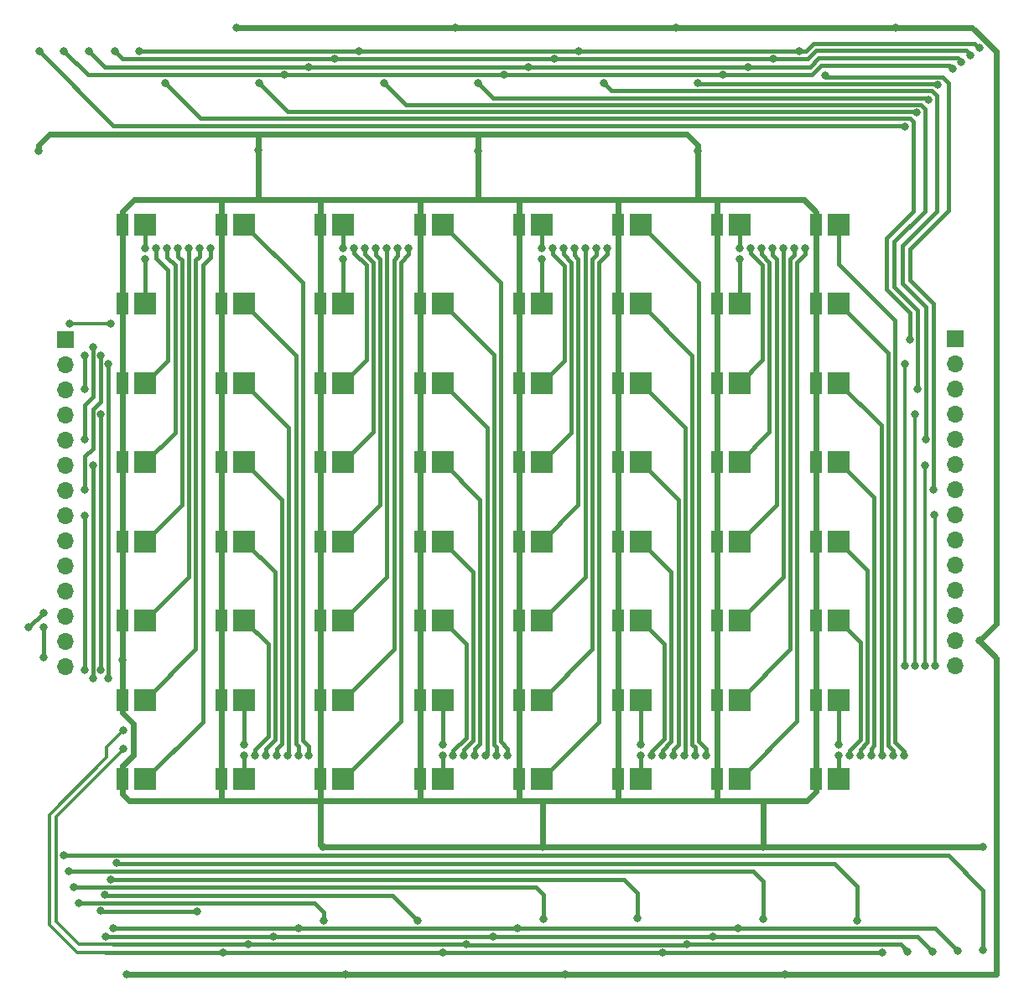
<source format=gbl>
%TF.GenerationSoftware,KiCad,Pcbnew,(6.0.5)*%
%TF.CreationDate,2022-10-16T21:39:42+03:00*%
%TF.ProjectId,LED_MATRIX,4c45445f-4d41-4545-9249-582e6b696361,rev?*%
%TF.SameCoordinates,Original*%
%TF.FileFunction,Copper,L2,Bot*%
%TF.FilePolarity,Positive*%
%FSLAX46Y46*%
G04 Gerber Fmt 4.6, Leading zero omitted, Abs format (unit mm)*
G04 Created by KiCad (PCBNEW (6.0.5)) date 2022-10-16 21:39:42*
%MOMM*%
%LPD*%
G01*
G04 APERTURE LIST*
%TA.AperFunction,ComponentPad*%
%ADD10R,1.700000X1.700000*%
%TD*%
%TA.AperFunction,ComponentPad*%
%ADD11O,1.700000X1.700000*%
%TD*%
%TA.AperFunction,SMDPad,CuDef*%
%ADD12R,2.200000X2.200000*%
%TD*%
%TA.AperFunction,SMDPad,CuDef*%
%ADD13R,1.250000X2.200000*%
%TD*%
%TA.AperFunction,ViaPad*%
%ADD14C,0.800000*%
%TD*%
%TA.AperFunction,Conductor*%
%ADD15C,0.600000*%
%TD*%
%TA.AperFunction,Conductor*%
%ADD16C,0.400000*%
%TD*%
%TA.AperFunction,Conductor*%
%ADD17C,0.300000*%
%TD*%
G04 APERTURE END LIST*
D10*
%TO.P,REF\u002A\u002A,1*%
%TO.N,N/C*%
X151360000Y-71050000D03*
D11*
%TO.P,REF\u002A\u002A,2*%
X151360000Y-73590000D03*
%TO.P,REF\u002A\u002A,3*%
X151360000Y-76130000D03*
%TO.P,REF\u002A\u002A,4*%
X151360000Y-78670000D03*
%TO.P,REF\u002A\u002A,5*%
X151360000Y-81210000D03*
%TO.P,REF\u002A\u002A,6*%
X151360000Y-83750000D03*
%TO.P,REF\u002A\u002A,7*%
X151360000Y-86290000D03*
%TO.P,REF\u002A\u002A,8*%
X151360000Y-88830000D03*
%TO.P,REF\u002A\u002A,9*%
X151360000Y-91370000D03*
%TO.P,REF\u002A\u002A,10*%
X151360000Y-93910000D03*
%TO.P,REF\u002A\u002A,11*%
X151360000Y-96450000D03*
%TO.P,REF\u002A\u002A,12*%
X151360000Y-98990000D03*
%TO.P,REF\u002A\u002A,13*%
X151360000Y-101530000D03*
%TO.P,REF\u002A\u002A,14*%
X151360000Y-104070000D03*
%TD*%
D10*
%TO.P,REF\u002A\u002A,1*%
%TO.N,N/C*%
X61460000Y-71066275D03*
D11*
%TO.P,REF\u002A\u002A,2*%
X61460000Y-73606275D03*
%TO.P,REF\u002A\u002A,3*%
X61460000Y-76146275D03*
%TO.P,REF\u002A\u002A,4*%
X61460000Y-78686275D03*
%TO.P,REF\u002A\u002A,5*%
X61460000Y-81226275D03*
%TO.P,REF\u002A\u002A,6*%
X61460000Y-83766275D03*
%TO.P,REF\u002A\u002A,7*%
X61460000Y-86306275D03*
%TO.P,REF\u002A\u002A,8*%
X61460000Y-88846275D03*
%TO.P,REF\u002A\u002A,9*%
X61460000Y-91386275D03*
%TO.P,REF\u002A\u002A,10*%
X61460000Y-93926275D03*
%TO.P,REF\u002A\u002A,11*%
X61460000Y-96466275D03*
%TO.P,REF\u002A\u002A,12*%
X61460000Y-99006275D03*
%TO.P,REF\u002A\u002A,13*%
X61460000Y-101546275D03*
%TO.P,REF\u002A\u002A,14*%
X61460000Y-104086275D03*
%TD*%
D12*
%TO.P,REF\u002A\u002A,1*%
%TO.N,N/C*%
X69560000Y-75470000D03*
D13*
%TO.P,REF\u002A\u002A,2*%
X67285000Y-75470000D03*
%TD*%
D12*
%TO.P,REF\u002A\u002A,1*%
%TO.N,N/C*%
X119560000Y-67470000D03*
D13*
%TO.P,REF\u002A\u002A,2*%
X117285000Y-67470000D03*
%TD*%
D12*
%TO.P,REF\u002A\u002A,1*%
%TO.N,N/C*%
X99585000Y-115470000D03*
D13*
%TO.P,REF\u002A\u002A,2*%
X97310000Y-115470000D03*
%TD*%
D12*
%TO.P,REF\u002A\u002A,1*%
%TO.N,N/C*%
X119560000Y-107470000D03*
D13*
%TO.P,REF\u002A\u002A,2*%
X117285000Y-107470000D03*
%TD*%
D12*
%TO.P,REF\u002A\u002A,1*%
%TO.N,N/C*%
X79560000Y-99470000D03*
D13*
%TO.P,REF\u002A\u002A,2*%
X77285000Y-99470000D03*
%TD*%
D12*
%TO.P,REF\u002A\u002A,1*%
%TO.N,N/C*%
X99585000Y-75470000D03*
D13*
%TO.P,REF\u002A\u002A,2*%
X97310000Y-75470000D03*
%TD*%
D12*
%TO.P,REF\u002A\u002A,1*%
%TO.N,N/C*%
X69560000Y-99470000D03*
D13*
%TO.P,REF\u002A\u002A,2*%
X67285000Y-99470000D03*
%TD*%
D12*
%TO.P,REF\u002A\u002A,1*%
%TO.N,N/C*%
X79560000Y-83470000D03*
D13*
%TO.P,REF\u002A\u002A,2*%
X77285000Y-83470000D03*
%TD*%
D12*
%TO.P,REF\u002A\u002A,1*%
%TO.N,N/C*%
X89535000Y-99470000D03*
D13*
%TO.P,REF\u002A\u002A,2*%
X87260000Y-99470000D03*
%TD*%
D12*
%TO.P,REF\u002A\u002A,1*%
%TO.N,N/C*%
X99585000Y-59470000D03*
D13*
%TO.P,REF\u002A\u002A,2*%
X97310000Y-59470000D03*
%TD*%
D12*
%TO.P,REF\u002A\u002A,1*%
%TO.N,N/C*%
X139585000Y-107470000D03*
D13*
%TO.P,REF\u002A\u002A,2*%
X137310000Y-107470000D03*
%TD*%
D12*
%TO.P,REF\u002A\u002A,1*%
%TO.N,N/C*%
X109560000Y-115470000D03*
D13*
%TO.P,REF\u002A\u002A,2*%
X107285000Y-115470000D03*
%TD*%
D12*
%TO.P,REF\u002A\u002A,1*%
%TO.N,N/C*%
X109560000Y-59470000D03*
D13*
%TO.P,REF\u002A\u002A,2*%
X107285000Y-59470000D03*
%TD*%
D12*
%TO.P,REF\u002A\u002A,1*%
%TO.N,N/C*%
X99585000Y-107470000D03*
D13*
%TO.P,REF\u002A\u002A,2*%
X97310000Y-107470000D03*
%TD*%
D12*
%TO.P,REF\u002A\u002A,1*%
%TO.N,N/C*%
X69560000Y-59470000D03*
D13*
%TO.P,REF\u002A\u002A,2*%
X67285000Y-59470000D03*
%TD*%
D12*
%TO.P,REF\u002A\u002A,1*%
%TO.N,N/C*%
X99585000Y-67470000D03*
D13*
%TO.P,REF\u002A\u002A,2*%
X97310000Y-67470000D03*
%TD*%
D12*
%TO.P,REF\u002A\u002A,1*%
%TO.N,N/C*%
X109560000Y-99470000D03*
D13*
%TO.P,REF\u002A\u002A,2*%
X107285000Y-99470000D03*
%TD*%
D12*
%TO.P,REF\u002A\u002A,1*%
%TO.N,N/C*%
X89535000Y-67470000D03*
D13*
%TO.P,REF\u002A\u002A,2*%
X87260000Y-67470000D03*
%TD*%
D12*
%TO.P,REF\u002A\u002A,1*%
%TO.N,N/C*%
X89535000Y-59470000D03*
D13*
%TO.P,REF\u002A\u002A,2*%
X87260000Y-59470000D03*
%TD*%
D12*
%TO.P,REF\u002A\u002A,1*%
%TO.N,N/C*%
X99585000Y-99470000D03*
D13*
%TO.P,REF\u002A\u002A,2*%
X97310000Y-99470000D03*
%TD*%
D12*
%TO.P,REF\u002A\u002A,1*%
%TO.N,N/C*%
X89535000Y-115470000D03*
D13*
%TO.P,REF\u002A\u002A,2*%
X87260000Y-115470000D03*
%TD*%
D12*
%TO.P,REF\u002A\u002A,1*%
%TO.N,N/C*%
X139585000Y-115470000D03*
D13*
%TO.P,REF\u002A\u002A,2*%
X137310000Y-115470000D03*
%TD*%
D12*
%TO.P,REF\u002A\u002A,1*%
%TO.N,N/C*%
X79560000Y-91470000D03*
D13*
%TO.P,REF\u002A\u002A,2*%
X77285000Y-91470000D03*
%TD*%
D12*
%TO.P,REF\u002A\u002A,1*%
%TO.N,N/C*%
X109560000Y-83470000D03*
D13*
%TO.P,REF\u002A\u002A,2*%
X107285000Y-83470000D03*
%TD*%
D12*
%TO.P,REF\u002A\u002A,1*%
%TO.N,N/C*%
X79560000Y-67470000D03*
D13*
%TO.P,REF\u002A\u002A,2*%
X77285000Y-67470000D03*
%TD*%
D12*
%TO.P,REF\u002A\u002A,1*%
%TO.N,N/C*%
X129535000Y-83470000D03*
D13*
%TO.P,REF\u002A\u002A,2*%
X127260000Y-83470000D03*
%TD*%
D12*
%TO.P,REF\u002A\u002A,1*%
%TO.N,N/C*%
X79560000Y-75470000D03*
D13*
%TO.P,REF\u002A\u002A,2*%
X77285000Y-75470000D03*
%TD*%
D12*
%TO.P,REF\u002A\u002A,1*%
%TO.N,N/C*%
X139585000Y-99470000D03*
D13*
%TO.P,REF\u002A\u002A,2*%
X137310000Y-99470000D03*
%TD*%
D12*
%TO.P,REF\u002A\u002A,1*%
%TO.N,N/C*%
X129535000Y-91470000D03*
D13*
%TO.P,REF\u002A\u002A,2*%
X127260000Y-91470000D03*
%TD*%
D12*
%TO.P,REF\u002A\u002A,1*%
%TO.N,N/C*%
X89535000Y-83470000D03*
D13*
%TO.P,REF\u002A\u002A,2*%
X87260000Y-83470000D03*
%TD*%
D12*
%TO.P,REF\u002A\u002A,1*%
%TO.N,N/C*%
X69560000Y-91470000D03*
D13*
%TO.P,REF\u002A\u002A,2*%
X67285000Y-91470000D03*
%TD*%
D12*
%TO.P,REF\u002A\u002A,1*%
%TO.N,N/C*%
X119560000Y-99470000D03*
D13*
%TO.P,REF\u002A\u002A,2*%
X117285000Y-99470000D03*
%TD*%
D12*
%TO.P,REF\u002A\u002A,1*%
%TO.N,N/C*%
X129535000Y-59470000D03*
D13*
%TO.P,REF\u002A\u002A,2*%
X127260000Y-59470000D03*
%TD*%
D12*
%TO.P,REF\u002A\u002A,1*%
%TO.N,N/C*%
X119560000Y-59470000D03*
D13*
%TO.P,REF\u002A\u002A,2*%
X117285000Y-59470000D03*
%TD*%
D12*
%TO.P,REF\u002A\u002A,1*%
%TO.N,N/C*%
X69560000Y-115470000D03*
D13*
%TO.P,REF\u002A\u002A,2*%
X67285000Y-115470000D03*
%TD*%
D12*
%TO.P,REF\u002A\u002A,1*%
%TO.N,N/C*%
X139585000Y-59470000D03*
D13*
%TO.P,REF\u002A\u002A,2*%
X137310000Y-59470000D03*
%TD*%
D12*
%TO.P,REF\u002A\u002A,1*%
%TO.N,N/C*%
X119560000Y-83470000D03*
D13*
%TO.P,REF\u002A\u002A,2*%
X117285000Y-83470000D03*
%TD*%
D12*
%TO.P,REF\u002A\u002A,1*%
%TO.N,N/C*%
X109560000Y-107470000D03*
D13*
%TO.P,REF\u002A\u002A,2*%
X107285000Y-107470000D03*
%TD*%
D12*
%TO.P,REF\u002A\u002A,1*%
%TO.N,N/C*%
X69560000Y-83470000D03*
D13*
%TO.P,REF\u002A\u002A,2*%
X67285000Y-83470000D03*
%TD*%
D12*
%TO.P,REF\u002A\u002A,1*%
%TO.N,N/C*%
X119560000Y-91470000D03*
D13*
%TO.P,REF\u002A\u002A,2*%
X117285000Y-91470000D03*
%TD*%
D12*
%TO.P,REF\u002A\u002A,1*%
%TO.N,N/C*%
X129535000Y-67470000D03*
D13*
%TO.P,REF\u002A\u002A,2*%
X127260000Y-67470000D03*
%TD*%
D12*
%TO.P,REF\u002A\u002A,1*%
%TO.N,N/C*%
X129535000Y-75470000D03*
D13*
%TO.P,REF\u002A\u002A,2*%
X127260000Y-75470000D03*
%TD*%
D12*
%TO.P,REF\u002A\u002A,1*%
%TO.N,N/C*%
X79560000Y-107470000D03*
D13*
%TO.P,REF\u002A\u002A,2*%
X77285000Y-107470000D03*
%TD*%
D12*
%TO.P,REF\u002A\u002A,1*%
%TO.N,N/C*%
X69560000Y-67470000D03*
D13*
%TO.P,REF\u002A\u002A,2*%
X67285000Y-67470000D03*
%TD*%
D12*
%TO.P,REF\u002A\u002A,1*%
%TO.N,N/C*%
X89535000Y-91470000D03*
D13*
%TO.P,REF\u002A\u002A,2*%
X87260000Y-91470000D03*
%TD*%
D12*
%TO.P,REF\u002A\u002A,1*%
%TO.N,N/C*%
X99585000Y-83470000D03*
D13*
%TO.P,REF\u002A\u002A,2*%
X97310000Y-83470000D03*
%TD*%
D12*
%TO.P,REF\u002A\u002A,1*%
%TO.N,N/C*%
X139585000Y-67470000D03*
D13*
%TO.P,REF\u002A\u002A,2*%
X137310000Y-67470000D03*
%TD*%
D12*
%TO.P,REF\u002A\u002A,1*%
%TO.N,N/C*%
X109560000Y-67470000D03*
D13*
%TO.P,REF\u002A\u002A,2*%
X107285000Y-67470000D03*
%TD*%
D12*
%TO.P,REF\u002A\u002A,1*%
%TO.N,N/C*%
X139585000Y-75470000D03*
D13*
%TO.P,REF\u002A\u002A,2*%
X137310000Y-75470000D03*
%TD*%
D12*
%TO.P,REF\u002A\u002A,1*%
%TO.N,N/C*%
X139585000Y-91470000D03*
D13*
%TO.P,REF\u002A\u002A,2*%
X137310000Y-91470000D03*
%TD*%
D12*
%TO.P,REF\u002A\u002A,1*%
%TO.N,N/C*%
X109560000Y-91470000D03*
D13*
%TO.P,REF\u002A\u002A,2*%
X107285000Y-91470000D03*
%TD*%
D12*
%TO.P,REF\u002A\u002A,1*%
%TO.N,N/C*%
X119560000Y-115470000D03*
D13*
%TO.P,REF\u002A\u002A,2*%
X117285000Y-115470000D03*
%TD*%
D12*
%TO.P,REF\u002A\u002A,1*%
%TO.N,N/C*%
X109560000Y-75470000D03*
D13*
%TO.P,REF\u002A\u002A,2*%
X107285000Y-75470000D03*
%TD*%
D12*
%TO.P,REF\u002A\u002A,1*%
%TO.N,N/C*%
X79560000Y-59470000D03*
D13*
%TO.P,REF\u002A\u002A,2*%
X77285000Y-59470000D03*
%TD*%
D12*
%TO.P,REF\u002A\u002A,1*%
%TO.N,N/C*%
X79560000Y-115470000D03*
D13*
%TO.P,REF\u002A\u002A,2*%
X77285000Y-115470000D03*
%TD*%
D12*
%TO.P,REF\u002A\u002A,1*%
%TO.N,N/C*%
X129535000Y-107470000D03*
D13*
%TO.P,REF\u002A\u002A,2*%
X127260000Y-107470000D03*
%TD*%
D12*
%TO.P,REF\u002A\u002A,1*%
%TO.N,N/C*%
X99585000Y-91470000D03*
D13*
%TO.P,REF\u002A\u002A,2*%
X97310000Y-91470000D03*
%TD*%
D12*
%TO.P,REF\u002A\u002A,1*%
%TO.N,N/C*%
X129535000Y-115470000D03*
D13*
%TO.P,REF\u002A\u002A,2*%
X127260000Y-115470000D03*
%TD*%
D12*
%TO.P,REF\u002A\u002A,1*%
%TO.N,N/C*%
X69560000Y-107470000D03*
D13*
%TO.P,REF\u002A\u002A,2*%
X67285000Y-107470000D03*
%TD*%
D12*
%TO.P,REF\u002A\u002A,1*%
%TO.N,N/C*%
X89535000Y-75470000D03*
D13*
%TO.P,REF\u002A\u002A,2*%
X87260000Y-75470000D03*
%TD*%
D12*
%TO.P,REF\u002A\u002A,1*%
%TO.N,N/C*%
X119560000Y-75470000D03*
D13*
%TO.P,REF\u002A\u002A,2*%
X117285000Y-75470000D03*
%TD*%
D12*
%TO.P,REF\u002A\u002A,1*%
%TO.N,N/C*%
X129535000Y-99470000D03*
D13*
%TO.P,REF\u002A\u002A,2*%
X127260000Y-99470000D03*
%TD*%
D12*
%TO.P,REF\u002A\u002A,1*%
%TO.N,N/C*%
X89535000Y-107470000D03*
D13*
%TO.P,REF\u002A\u002A,2*%
X87260000Y-107470000D03*
%TD*%
D12*
%TO.P,REF\u002A\u002A,1*%
%TO.N,N/C*%
X139585000Y-83470000D03*
D13*
%TO.P,REF\u002A\u002A,2*%
X137310000Y-83470000D03*
%TD*%
D14*
%TO.N,*%
X145060000Y-113070000D03*
X130660000Y-61870000D03*
X132960000Y-42770000D03*
X147460000Y-48170000D03*
X65860000Y-105270000D03*
X81760000Y-113070000D03*
X79560000Y-111970000D03*
X148360000Y-81170000D03*
X123960000Y-113070000D03*
X125360000Y-45170000D03*
X119280000Y-129520000D03*
X58760000Y-52070000D03*
X87460000Y-122310000D03*
X87550000Y-129790000D03*
X89760000Y-135170000D03*
X115060000Y-61870000D03*
X146260000Y-49570000D03*
X152860000Y-42370000D03*
X66460000Y-41970000D03*
X141450000Y-129810000D03*
X86060000Y-113070000D03*
X104640000Y-131400000D03*
X143960000Y-113070000D03*
X100660000Y-113070000D03*
X123160000Y-39570000D03*
X107160000Y-130540000D03*
X59260000Y-98670000D03*
X63460000Y-72670000D03*
X146260000Y-104070000D03*
X125360000Y-52070000D03*
X103960000Y-113070000D03*
X72860000Y-61870000D03*
X70660000Y-61870000D03*
X80660000Y-113070000D03*
X93660000Y-45170000D03*
X61360000Y-41970000D03*
X149070000Y-132920000D03*
X131760000Y-61870000D03*
X143980000Y-132980000D03*
X62360000Y-126370000D03*
X147560000Y-76070000D03*
X133960000Y-61870000D03*
X99570000Y-132960000D03*
X65520000Y-127170000D03*
X67360000Y-110570000D03*
X113960000Y-61870000D03*
X127860000Y-44370000D03*
X132860000Y-61870000D03*
X102010000Y-132180000D03*
X65060000Y-104470000D03*
X129560000Y-61870000D03*
X103160000Y-45170000D03*
X89560000Y-61870000D03*
X86060000Y-43570000D03*
X120660000Y-113070000D03*
X113360000Y-41970000D03*
X97090000Y-129810000D03*
X101760000Y-113070000D03*
X85060000Y-130530000D03*
X110860000Y-42770000D03*
X69560000Y-62970000D03*
X67360000Y-112370000D03*
X119560000Y-111970000D03*
X109660000Y-122310000D03*
X75060000Y-61870000D03*
X69560000Y-61870000D03*
X61360000Y-123170000D03*
X63460000Y-104470000D03*
X105060000Y-113070000D03*
X103160000Y-52070000D03*
X64260000Y-71870000D03*
X131980000Y-129640000D03*
X105760000Y-44370000D03*
X112860000Y-61870000D03*
X64260000Y-105270000D03*
X73960000Y-61870000D03*
X83560000Y-44370000D03*
X61960000Y-69470000D03*
X134160000Y-135170000D03*
X93960000Y-61870000D03*
X77400000Y-132970000D03*
X136160000Y-61870000D03*
X149560000Y-45370000D03*
X82860000Y-113070000D03*
X76160000Y-61870000D03*
X63460000Y-76070000D03*
X63860000Y-41970000D03*
X58860000Y-41970000D03*
X146530000Y-132920000D03*
X68960000Y-41970000D03*
X154160000Y-132770000D03*
X65860000Y-73570000D03*
X64260000Y-83770000D03*
X116160000Y-61870000D03*
X129560000Y-62970000D03*
X65060000Y-78670000D03*
X111760000Y-61870000D03*
X78760000Y-39570000D03*
X71760000Y-61870000D03*
X109560000Y-61870000D03*
X149230000Y-88830000D03*
X135560000Y-41970000D03*
X96160000Y-61870000D03*
X153750000Y-101530000D03*
X102860000Y-113070000D03*
X147260000Y-78650000D03*
X122860000Y-113070000D03*
X131910000Y-122310000D03*
X146160000Y-113070000D03*
X139560000Y-113070000D03*
X66360000Y-130540000D03*
X95060000Y-61870000D03*
X62860000Y-127970000D03*
X111960000Y-135170000D03*
X153760000Y-41670000D03*
X92860000Y-61870000D03*
X139560000Y-111970000D03*
X57760000Y-100170000D03*
X59260000Y-100170000D03*
X67660000Y-135170000D03*
X65060000Y-72670000D03*
X99560000Y-113070000D03*
X148260000Y-104070000D03*
X129420000Y-130530000D03*
X65560000Y-131370000D03*
X141760000Y-113070000D03*
X138240000Y-44410000D03*
X100860000Y-39570000D03*
X61860000Y-124770000D03*
X63460000Y-86270000D03*
X81060000Y-45170000D03*
X121810000Y-132970000D03*
X149260000Y-104070000D03*
X110660000Y-61870000D03*
X148260000Y-83770000D03*
X126880000Y-131360000D03*
X125060000Y-113070000D03*
X99560000Y-111970000D03*
X83960000Y-113070000D03*
X91160000Y-41970000D03*
X126160000Y-113070000D03*
X142860000Y-113070000D03*
X108260000Y-43570000D03*
X151060000Y-43770000D03*
X63460000Y-81170000D03*
X115860000Y-45170000D03*
X154150000Y-122310000D03*
X79960000Y-132170000D03*
X119560000Y-113070000D03*
X109770000Y-129630000D03*
X121760000Y-113070000D03*
X66700000Y-123960000D03*
X74830000Y-128810000D03*
X71560000Y-45170000D03*
X109560000Y-62970000D03*
X65030000Y-128790000D03*
X124230000Y-132170000D03*
X89560000Y-62970000D03*
X88660000Y-42770000D03*
X146260000Y-73570000D03*
X151620000Y-132840000D03*
X85060000Y-113070000D03*
X90660000Y-61870000D03*
X63460000Y-88870000D03*
X91760000Y-61870000D03*
X145360000Y-39570000D03*
X148660000Y-46870000D03*
X106160000Y-113070000D03*
X67260000Y-103470000D03*
X79560000Y-113070000D03*
X59260000Y-103170000D03*
X147260000Y-104070000D03*
X149160000Y-86270000D03*
X140660000Y-113070000D03*
X66070000Y-125610000D03*
X82510000Y-131380000D03*
X80960000Y-51970000D03*
X135060000Y-61870000D03*
X151960000Y-43070000D03*
X146760000Y-71070000D03*
X130460000Y-43570000D03*
X66060000Y-69470000D03*
%TD*%
D15*
%TO.N,*%
X87260000Y-115470000D02*
X87260000Y-107470000D01*
D16*
X89560000Y-61870000D02*
X89535000Y-61845000D01*
X116160000Y-61870000D02*
X116160000Y-62470000D01*
X113360000Y-41970000D02*
X91160000Y-41970000D01*
D17*
X66060000Y-69470000D02*
X61960000Y-69470000D01*
D15*
X97310000Y-59470000D02*
X97310000Y-67470000D01*
X107360000Y-117670000D02*
X107285000Y-117670000D01*
X97310000Y-117670000D02*
X87260000Y-117670000D01*
D16*
X66460000Y-41970000D02*
X67260000Y-42770000D01*
D17*
X67360000Y-112470000D02*
X60560000Y-119270000D01*
D16*
X146760000Y-68420000D02*
X144380000Y-66040000D01*
X145180000Y-65720000D02*
X145180000Y-61200000D01*
X132560000Y-80445000D02*
X129535000Y-83470000D01*
X104660000Y-131380000D02*
X104640000Y-131400000D01*
X146160000Y-113070000D02*
X146160000Y-112670000D01*
X72560000Y-63570000D02*
X72560000Y-80470000D01*
X99560000Y-132970000D02*
X77400000Y-132970000D01*
X105460000Y-111670000D02*
X105460000Y-65345000D01*
X148260000Y-58120000D02*
X148260000Y-47770000D01*
X125460000Y-65370000D02*
X119560000Y-59470000D01*
X148960000Y-45970000D02*
X116660000Y-45970000D01*
X68960000Y-41970000D02*
X91160000Y-41970000D01*
X134660000Y-62970000D02*
X134660000Y-102345000D01*
X94660000Y-63020000D02*
X95060000Y-62620000D01*
X123960000Y-113070000D02*
X124060000Y-112970000D01*
D15*
X77285000Y-117670000D02*
X67960000Y-117670000D01*
X125160000Y-56970000D02*
X127260000Y-56970000D01*
D16*
X126900000Y-131340000D02*
X147490000Y-131340000D01*
X149560000Y-45370000D02*
X149460000Y-45270000D01*
D15*
X137310000Y-75470000D02*
X137310000Y-67470000D01*
D16*
X137320000Y-41910000D02*
X136460000Y-42770000D01*
X71860000Y-64070000D02*
X71860000Y-73170000D01*
X70710000Y-128810000D02*
X74830000Y-128810000D01*
D15*
X117285000Y-83470000D02*
X117285000Y-75470000D01*
D16*
X82660000Y-111520000D02*
X82660000Y-94570000D01*
D17*
X60560000Y-119270000D02*
X60560000Y-129870000D01*
D15*
X111960000Y-135170000D02*
X134160000Y-135170000D01*
D16*
X102010000Y-132180000D02*
X102000000Y-132170000D01*
X153760000Y-41670000D02*
X153260000Y-41170000D01*
X79560000Y-75470000D02*
X84060000Y-79970000D01*
X65560000Y-127210000D02*
X94490000Y-127210000D01*
X92560000Y-80445000D02*
X89535000Y-83470000D01*
D15*
X97310000Y-67470000D02*
X97310000Y-75470000D01*
X117285000Y-115470000D02*
X117285000Y-107470000D01*
D16*
X94490000Y-127210000D02*
X97090000Y-129810000D01*
D15*
X68460000Y-56970000D02*
X77285000Y-56970000D01*
D16*
X105060000Y-112270000D02*
X104760000Y-111970000D01*
D15*
X134160000Y-135170000D02*
X155520000Y-135170000D01*
X117285000Y-107470000D02*
X117285000Y-99470000D01*
D16*
X121960000Y-111370000D02*
X121960000Y-101870000D01*
X124210000Y-132190000D02*
X102020000Y-132190000D01*
X110660000Y-61870000D02*
X110660000Y-62470000D01*
D15*
X117285000Y-91470000D02*
X117285000Y-83470000D01*
D16*
X151060000Y-43770000D02*
X150700000Y-43410000D01*
D15*
X67285000Y-99470000D02*
X67285000Y-91470000D01*
D16*
X104640000Y-131400000D02*
X104620000Y-131380000D01*
X64260000Y-76870000D02*
X63460000Y-77670000D01*
X145060000Y-112570000D02*
X144560000Y-112070000D01*
D15*
X153750000Y-101530000D02*
X155460000Y-99820000D01*
D17*
X65660000Y-113270000D02*
X59860000Y-119070000D01*
D16*
X85090000Y-130560000D02*
X85060000Y-130530000D01*
X112560000Y-80470000D02*
X109560000Y-83470000D01*
X99585000Y-111945000D02*
X99560000Y-111970000D01*
D17*
X67360000Y-112370000D02*
X67360000Y-112470000D01*
D16*
X111760000Y-61870000D02*
X111760000Y-62470000D01*
X152860000Y-42370000D02*
X152400000Y-41910000D01*
X121760000Y-112570000D02*
X122660000Y-111670000D01*
X135060000Y-62570000D02*
X134660000Y-62970000D01*
D15*
X117285000Y-56970000D02*
X125160000Y-56970000D01*
X67285000Y-114145000D02*
X67285000Y-115470000D01*
D16*
X150660000Y-58040000D02*
X146790000Y-61910000D01*
X91860000Y-63570000D02*
X91860000Y-73145000D01*
D15*
X77285000Y-107470000D02*
X77285000Y-99470000D01*
D16*
X145180000Y-61200000D02*
X148260000Y-58120000D01*
X62860000Y-127970000D02*
X62880000Y-127990000D01*
X116660000Y-45970000D02*
X115860000Y-45170000D01*
X116160000Y-62470000D02*
X115360000Y-63270000D01*
X107140000Y-130560000D02*
X85090000Y-130560000D01*
X82510000Y-131380000D02*
X65570000Y-131380000D01*
X143860000Y-79745000D02*
X139585000Y-75470000D01*
D15*
X107285000Y-67470000D02*
X107285000Y-75470000D01*
D16*
X95360000Y-109645000D02*
X89535000Y-115470000D01*
X83960000Y-48070000D02*
X81060000Y-45170000D01*
D15*
X155460000Y-99820000D02*
X155460000Y-41970000D01*
X127260000Y-115470000D02*
X127260000Y-117670000D01*
X67285000Y-91470000D02*
X67285000Y-83470000D01*
D17*
X59860000Y-119070000D02*
X59860000Y-130170000D01*
D16*
X107160000Y-130540000D02*
X107140000Y-130560000D01*
X113960000Y-95070000D02*
X109560000Y-99470000D01*
X113260000Y-87770000D02*
X109560000Y-91470000D01*
X137570000Y-42660000D02*
X136660000Y-43570000D01*
D15*
X67285000Y-83470000D02*
X67285000Y-75470000D01*
D16*
X113360000Y-41970000D02*
X135560000Y-41970000D01*
X147460000Y-48170000D02*
X147360000Y-48070000D01*
X76160000Y-62770000D02*
X75360000Y-63570000D01*
X101760000Y-112470000D02*
X102660000Y-111570000D01*
X115360000Y-63270000D02*
X115360000Y-109670000D01*
X71860000Y-73170000D02*
X69560000Y-75470000D01*
X75160000Y-48770000D02*
X71560000Y-45170000D01*
D15*
X97310000Y-56970000D02*
X103360000Y-56970000D01*
D16*
X139170000Y-123980000D02*
X141450000Y-126260000D01*
X120660000Y-113070000D02*
X120660000Y-112670000D01*
D15*
X123160000Y-39570000D02*
X100860000Y-39570000D01*
X131910000Y-122310000D02*
X154150000Y-122310000D01*
D16*
X104760000Y-72645000D02*
X99585000Y-67470000D01*
X140660000Y-113070000D02*
X140660000Y-112570000D01*
X62360000Y-126370000D02*
X62370000Y-126380000D01*
D15*
X153060000Y-39570000D02*
X145360000Y-39570000D01*
D17*
X147260000Y-78650000D02*
X147260000Y-104070000D01*
D16*
X73260000Y-87770000D02*
X69560000Y-91470000D01*
D15*
X103160000Y-56770000D02*
X103360000Y-56970000D01*
D16*
X142860000Y-112370000D02*
X143160000Y-112070000D01*
X121800000Y-132960000D02*
X99570000Y-132960000D01*
X132860000Y-62570000D02*
X133260000Y-62970000D01*
X125060000Y-112270000D02*
X124760000Y-111970000D01*
X144560000Y-112070000D02*
X144560000Y-72445000D01*
D15*
X103360000Y-56970000D02*
X107285000Y-56970000D01*
D16*
X139585000Y-115470000D02*
X139585000Y-113095000D01*
D15*
X97310000Y-115470000D02*
X97310000Y-107470000D01*
D16*
X63460000Y-104470000D02*
X63460000Y-88870000D01*
X105460000Y-65345000D02*
X99585000Y-59470000D01*
X63860000Y-41970000D02*
X65460000Y-43570000D01*
X149160000Y-67460000D02*
X149160000Y-86270000D01*
X70700000Y-128800000D02*
X70710000Y-128810000D01*
X93260000Y-62970000D02*
X93260000Y-87745000D01*
X95860000Y-47370000D02*
X93660000Y-45170000D01*
D15*
X67285000Y-108795000D02*
X68360000Y-109870000D01*
D16*
X73260000Y-63070000D02*
X73260000Y-87770000D01*
X80660000Y-113070000D02*
X80660000Y-112470000D01*
X72560000Y-80470000D02*
X69560000Y-83470000D01*
X75060000Y-61870000D02*
X75060000Y-62670000D01*
D15*
X67285000Y-67470000D02*
X67285000Y-59470000D01*
D16*
X138400000Y-44570000D02*
X150060000Y-44570000D01*
X146790000Y-61910000D02*
X146790000Y-65090000D01*
D15*
X67285000Y-116995000D02*
X67285000Y-115470000D01*
D16*
X136160000Y-62470000D02*
X135360000Y-63270000D01*
X124230000Y-132170000D02*
X124210000Y-132190000D01*
D15*
X107285000Y-56970000D02*
X117285000Y-56970000D01*
X127260000Y-59470000D02*
X127260000Y-67470000D01*
D16*
X114660000Y-62970000D02*
X114660000Y-102370000D01*
X150650000Y-123180000D02*
X154160000Y-126690000D01*
X145060000Y-113070000D02*
X145060000Y-112570000D01*
X126880000Y-131360000D02*
X126900000Y-131340000D01*
X146760000Y-71070000D02*
X146760000Y-68420000D01*
X139585000Y-107470000D02*
X139585000Y-111945000D01*
D15*
X103160000Y-50370000D02*
X103160000Y-52070000D01*
D16*
X84760000Y-72670000D02*
X79560000Y-67470000D01*
X85060000Y-113070000D02*
X85060000Y-112170000D01*
X104760000Y-111970000D02*
X104760000Y-72645000D01*
X124060000Y-112970000D02*
X124060000Y-79970000D01*
X137060000Y-41170000D02*
X136260000Y-41970000D01*
X99585000Y-113095000D02*
X99560000Y-113070000D01*
D15*
X127260000Y-107470000D02*
X127260000Y-99470000D01*
D16*
X132560000Y-63270000D02*
X132560000Y-80445000D01*
X81960000Y-111170000D02*
X81960000Y-101870000D01*
X69560000Y-62970000D02*
X69560000Y-67470000D01*
X124240000Y-132180000D02*
X145790000Y-132180000D01*
X91760000Y-61870000D02*
X91760000Y-62470000D01*
X147060000Y-58180000D02*
X147060000Y-49070000D01*
X148660000Y-46870000D02*
X148460000Y-46670000D01*
X103360000Y-111870000D02*
X103360000Y-87245000D01*
X85460000Y-111570000D02*
X85460000Y-65370000D01*
X147490000Y-131340000D02*
X149070000Y-132920000D01*
D15*
X80960000Y-56870000D02*
X81060000Y-56970000D01*
D16*
X119560000Y-107470000D02*
X119560000Y-111970000D01*
D15*
X124260000Y-50370000D02*
X103160000Y-50370000D01*
D16*
X126160000Y-113070000D02*
X126160000Y-112370000D01*
D15*
X77285000Y-59470000D02*
X77285000Y-67470000D01*
D16*
X145790000Y-132180000D02*
X146530000Y-132920000D01*
X119280000Y-126990000D02*
X119280000Y-129520000D01*
X139585000Y-111945000D02*
X139560000Y-111970000D01*
X121820000Y-132980000D02*
X121810000Y-132970000D01*
X74660000Y-63070000D02*
X74660000Y-102370000D01*
X91760000Y-62470000D02*
X92560000Y-63270000D01*
X135360000Y-63270000D02*
X135360000Y-109645000D01*
X92560000Y-63270000D02*
X92560000Y-80445000D01*
D15*
X131960000Y-117670000D02*
X136360000Y-117670000D01*
D16*
X147860000Y-47370000D02*
X95860000Y-47370000D01*
X141760000Y-111470000D02*
X141760000Y-101645000D01*
X89535000Y-62995000D02*
X89535000Y-67470000D01*
D15*
X107360000Y-117670000D02*
X97310000Y-117670000D01*
X117285000Y-117670000D02*
X117285000Y-115470000D01*
X87260000Y-56970000D02*
X87260000Y-59470000D01*
X97310000Y-117670000D02*
X97310000Y-115470000D01*
D16*
X122660000Y-94570000D02*
X119560000Y-91470000D01*
X73960000Y-61870000D02*
X73960000Y-95070000D01*
D15*
X68360000Y-113070000D02*
X67285000Y-114145000D01*
D16*
X151550000Y-42660000D02*
X137570000Y-42660000D01*
D17*
X60560000Y-129870000D02*
X62860000Y-132170000D01*
D16*
X102660000Y-111570000D02*
X102660000Y-94545000D01*
D15*
X127260000Y-75470000D02*
X127260000Y-67470000D01*
D16*
X147560000Y-76070000D02*
X147560000Y-68100000D01*
X150660000Y-45170000D02*
X150660000Y-58040000D01*
D15*
X87260000Y-117670000D02*
X87260000Y-115470000D01*
D16*
X101760000Y-113070000D02*
X101760000Y-112470000D01*
D17*
X62860000Y-132170000D02*
X66360000Y-132170000D01*
D16*
X81960000Y-101870000D02*
X79560000Y-99470000D01*
D15*
X125360000Y-56770000D02*
X125160000Y-56970000D01*
D16*
X65030000Y-128790000D02*
X65040000Y-128800000D01*
X70660000Y-61870000D02*
X70660000Y-62870000D01*
D15*
X127260000Y-115470000D02*
X127260000Y-107470000D01*
X67960000Y-117670000D02*
X67285000Y-116995000D01*
D16*
X70660000Y-62870000D02*
X71860000Y-64070000D01*
X133960000Y-61870000D02*
X133960000Y-95045000D01*
D17*
X62660000Y-132970000D02*
X65560000Y-132970000D01*
D15*
X97310000Y-107470000D02*
X97310000Y-99470000D01*
D16*
X146760000Y-48770000D02*
X75160000Y-48770000D01*
D15*
X117285000Y-59470000D02*
X117285000Y-67470000D01*
D16*
X96160000Y-62470000D02*
X95360000Y-63270000D01*
X129535000Y-62995000D02*
X129560000Y-62970000D01*
D15*
X87260000Y-59470000D02*
X87260000Y-67470000D01*
D16*
X110660000Y-62470000D02*
X111860000Y-63670000D01*
D15*
X77285000Y-56970000D02*
X81060000Y-56970000D01*
D16*
X129420000Y-130530000D02*
X129440000Y-130550000D01*
D15*
X97310000Y-83470000D02*
X97310000Y-75470000D01*
D16*
X93960000Y-61870000D02*
X93960000Y-95045000D01*
X130660000Y-62370000D02*
X131860000Y-63570000D01*
D15*
X103160000Y-52070000D02*
X103160000Y-56770000D01*
D16*
X59260000Y-98670000D02*
X57760000Y-100170000D01*
X131860000Y-63570000D02*
X131860000Y-73145000D01*
D15*
X87260000Y-91470000D02*
X87260000Y-83470000D01*
D16*
X146000000Y-61570000D02*
X149460000Y-58110000D01*
X111860000Y-73170000D02*
X109560000Y-75470000D01*
D17*
X146260000Y-73570000D02*
X146260000Y-104070000D01*
D16*
X104660000Y-46670000D02*
X103160000Y-45170000D01*
D15*
X77285000Y-99470000D02*
X77285000Y-91470000D01*
D17*
X149260000Y-104070000D02*
X149260000Y-88860000D01*
D16*
X113260000Y-62970000D02*
X113260000Y-87770000D01*
X131860000Y-73145000D02*
X129535000Y-75470000D01*
X141450000Y-126260000D02*
X141450000Y-129810000D01*
X114660000Y-102370000D02*
X109560000Y-107470000D01*
X135060000Y-61870000D02*
X135060000Y-62570000D01*
X131970000Y-125770000D02*
X131970000Y-129630000D01*
D15*
X77285000Y-117670000D02*
X77285000Y-115470000D01*
D16*
X77400000Y-132970000D02*
X65560000Y-132970000D01*
D15*
X87460000Y-122310000D02*
X109660000Y-122310000D01*
D16*
X113960000Y-61870000D02*
X113960000Y-95070000D01*
X63760000Y-44370000D02*
X61360000Y-41970000D01*
X141760000Y-101645000D02*
X139585000Y-99470000D01*
D17*
X148260000Y-83770000D02*
X148260000Y-104070000D01*
D15*
X87260000Y-91470000D02*
X87260000Y-99470000D01*
D16*
X154160000Y-126690000D02*
X154160000Y-132770000D01*
X130460000Y-43570000D02*
X108260000Y-43570000D01*
D15*
X87260000Y-67470000D02*
X87260000Y-75470000D01*
X67285000Y-59470000D02*
X67285000Y-58145000D01*
X107285000Y-115470000D02*
X107285000Y-107470000D01*
X127260000Y-56970000D02*
X127260000Y-59470000D01*
D16*
X67260000Y-42770000D02*
X88660000Y-42770000D01*
X111760000Y-62470000D02*
X112560000Y-63270000D01*
X121960000Y-101870000D02*
X119560000Y-99470000D01*
X83360000Y-111870000D02*
X83360000Y-87270000D01*
X130970000Y-124770000D02*
X131970000Y-125770000D01*
X102660000Y-94545000D02*
X99585000Y-91470000D01*
X132860000Y-61870000D02*
X132860000Y-62570000D01*
X65520000Y-127170000D02*
X65560000Y-127210000D01*
X124060000Y-79970000D02*
X119560000Y-75470000D01*
X96160000Y-61870000D02*
X96160000Y-62470000D01*
D15*
X80960000Y-51970000D02*
X80960000Y-56870000D01*
D16*
X145260000Y-69170000D02*
X139585000Y-63495000D01*
X83360000Y-87270000D02*
X79560000Y-83470000D01*
D15*
X155520000Y-103300000D02*
X153750000Y-101530000D01*
D16*
X62880000Y-127990000D02*
X86630000Y-127990000D01*
D15*
X109660000Y-122310000D02*
X109650000Y-122300000D01*
D16*
X79560000Y-107470000D02*
X79560000Y-111970000D01*
X86060000Y-112170000D02*
X85460000Y-111570000D01*
X67260000Y-103470000D02*
X67285000Y-103495000D01*
X83560000Y-44370000D02*
X105760000Y-44370000D01*
X65060000Y-104470000D02*
X65060000Y-78670000D01*
X143160000Y-112070000D02*
X143160000Y-87045000D01*
X115060000Y-61870000D02*
X115060000Y-62570000D01*
X84760000Y-111870000D02*
X84760000Y-72670000D01*
D15*
X137310000Y-115470000D02*
X137310000Y-107470000D01*
X127260000Y-83470000D02*
X127260000Y-91470000D01*
D16*
X147360000Y-48070000D02*
X83960000Y-48070000D01*
X72860000Y-62670000D02*
X73260000Y-63070000D01*
D15*
X125360000Y-52070000D02*
X125360000Y-56770000D01*
X77285000Y-56970000D02*
X77285000Y-59470000D01*
X87260000Y-122110000D02*
X87460000Y-122310000D01*
X87260000Y-117670000D02*
X87260000Y-122110000D01*
X117285000Y-99470000D02*
X117285000Y-91470000D01*
D16*
X152400000Y-41910000D02*
X137320000Y-41910000D01*
X149320000Y-130550000D02*
X151610000Y-132840000D01*
X148360000Y-81170000D02*
X148360000Y-67760000D01*
X109770000Y-127180000D02*
X109770000Y-129630000D01*
X130660000Y-61870000D02*
X130660000Y-62370000D01*
X151960000Y-43070000D02*
X151550000Y-42660000D01*
D15*
X131910000Y-117720000D02*
X131960000Y-117670000D01*
D16*
X64260000Y-105270000D02*
X64260000Y-83770000D01*
X131760000Y-62470000D02*
X132560000Y-63270000D01*
D15*
X155520000Y-135170000D02*
X155520000Y-103300000D01*
D16*
X146160000Y-49470000D02*
X66360000Y-49470000D01*
D15*
X67285000Y-107470000D02*
X67285000Y-108795000D01*
D16*
X59260000Y-100170000D02*
X59260000Y-103170000D01*
X89535000Y-107470000D02*
X94660000Y-102345000D01*
D15*
X107285000Y-56970000D02*
X107285000Y-59470000D01*
D16*
X131970000Y-129630000D02*
X131980000Y-129640000D01*
X108260000Y-43570000D02*
X86060000Y-43570000D01*
D15*
X67660000Y-135170000D02*
X89760000Y-135170000D01*
D16*
X147060000Y-49070000D02*
X146760000Y-48770000D01*
X82860000Y-112370000D02*
X83360000Y-111870000D01*
D15*
X137310000Y-83470000D02*
X137310000Y-75470000D01*
D16*
X82860000Y-113070000D02*
X82860000Y-112370000D01*
X146160000Y-112670000D02*
X145260000Y-111770000D01*
X66700000Y-123960000D02*
X66720000Y-123980000D01*
X121810000Y-132970000D02*
X121800000Y-132960000D01*
X85050000Y-130540000D02*
X85060000Y-130530000D01*
D15*
X109660000Y-122310000D02*
X131910000Y-122310000D01*
D16*
X112860000Y-62570000D02*
X113260000Y-62970000D01*
D15*
X117285000Y-75470000D02*
X117285000Y-67470000D01*
D16*
X129535000Y-59470000D02*
X129535000Y-61845000D01*
D15*
X107285000Y-117670000D02*
X107285000Y-115470000D01*
D16*
X122660000Y-111670000D02*
X122660000Y-94570000D01*
X115360000Y-109670000D02*
X109560000Y-115470000D01*
X131760000Y-61870000D02*
X131760000Y-62470000D01*
D15*
X125360000Y-52070000D02*
X125360000Y-51470000D01*
D16*
X95060000Y-62620000D02*
X95060000Y-61870000D01*
X63460000Y-82870000D02*
X63460000Y-86270000D01*
X107170000Y-130550000D02*
X107160000Y-130540000D01*
X150700000Y-43410000D02*
X137820000Y-43410000D01*
X106160000Y-112370000D02*
X105460000Y-111670000D01*
X124230000Y-132170000D02*
X124240000Y-132180000D01*
X141760000Y-113070000D02*
X141760000Y-112470000D01*
X103960000Y-113070000D02*
X104060000Y-112970000D01*
D15*
X77285000Y-115470000D02*
X77285000Y-107470000D01*
D16*
X133260000Y-87745000D02*
X129535000Y-91470000D01*
X136260000Y-41970000D02*
X135560000Y-41970000D01*
X69560000Y-61870000D02*
X69560000Y-59470000D01*
X148460000Y-46670000D02*
X104660000Y-46670000D01*
X102860000Y-113070000D02*
X102860000Y-112370000D01*
X93260000Y-87745000D02*
X89535000Y-91470000D01*
X91860000Y-73145000D02*
X89535000Y-75470000D01*
D15*
X78760000Y-39570000D02*
X100860000Y-39570000D01*
D16*
X65040000Y-128800000D02*
X70700000Y-128800000D01*
D15*
X136360000Y-117670000D02*
X137310000Y-116720000D01*
D16*
X81760000Y-112420000D02*
X82660000Y-111520000D01*
X146790000Y-65090000D02*
X149160000Y-67460000D01*
D15*
X137310000Y-116720000D02*
X137310000Y-115470000D01*
X97310000Y-56970000D02*
X97310000Y-59470000D01*
D16*
X99585000Y-115470000D02*
X99585000Y-113095000D01*
D15*
X155460000Y-41970000D02*
X153060000Y-39570000D01*
D16*
X64260000Y-82070000D02*
X63460000Y-82870000D01*
X102020000Y-132190000D02*
X102010000Y-132180000D01*
X140660000Y-112570000D02*
X141760000Y-111470000D01*
X72860000Y-61870000D02*
X72860000Y-62670000D01*
X104060000Y-112970000D02*
X104060000Y-79945000D01*
X66360000Y-130540000D02*
X85050000Y-130540000D01*
X87550000Y-128910000D02*
X87550000Y-129790000D01*
D15*
X67285000Y-103795000D02*
X67285000Y-99470000D01*
X59860000Y-50370000D02*
X58760000Y-51470000D01*
D16*
X124760000Y-111970000D02*
X124760000Y-72670000D01*
X146260000Y-49570000D02*
X146160000Y-49470000D01*
X102000000Y-132170000D02*
X79960000Y-132170000D01*
D15*
X68360000Y-109870000D02*
X68360000Y-113070000D01*
D16*
X137820000Y-43410000D02*
X136860000Y-44370000D01*
X65570000Y-131380000D02*
X65560000Y-131370000D01*
X90660000Y-61870000D02*
X90660000Y-62370000D01*
X104060000Y-79945000D02*
X99585000Y-75470000D01*
X64260000Y-71870000D02*
X64260000Y-76870000D01*
D15*
X81060000Y-56970000D02*
X87260000Y-56970000D01*
D16*
X134660000Y-102345000D02*
X129535000Y-107470000D01*
X129400000Y-130550000D02*
X107170000Y-130550000D01*
D15*
X137310000Y-59470000D02*
X137310000Y-67470000D01*
D16*
X122860000Y-113070000D02*
X122860000Y-112470000D01*
X95360000Y-63270000D02*
X95360000Y-109645000D01*
X115060000Y-62570000D02*
X114660000Y-62970000D01*
X125460000Y-45270000D02*
X125360000Y-45170000D01*
X120660000Y-112670000D02*
X121960000Y-111370000D01*
X84060000Y-79970000D02*
X84060000Y-112970000D01*
X100660000Y-112570000D02*
X101960000Y-111270000D01*
D15*
X107285000Y-83470000D02*
X107285000Y-91470000D01*
D16*
X145260000Y-111770000D02*
X145260000Y-69170000D01*
D15*
X103160000Y-50370000D02*
X80960000Y-50370000D01*
D16*
X66720000Y-123980000D02*
X139170000Y-123980000D01*
X99570000Y-132960000D02*
X99560000Y-132970000D01*
X74660000Y-102370000D02*
X69560000Y-107470000D01*
X89560000Y-62970000D02*
X89535000Y-62995000D01*
X111860000Y-63670000D02*
X111860000Y-73170000D01*
X125460000Y-111670000D02*
X125460000Y-65370000D01*
X135360000Y-109645000D02*
X129535000Y-115470000D01*
X110860000Y-42770000D02*
X132960000Y-42770000D01*
D15*
X117285000Y-56970000D02*
X117285000Y-59470000D01*
D16*
X142460000Y-94345000D02*
X139585000Y-91470000D01*
X75360000Y-109670000D02*
X69560000Y-115470000D01*
D17*
X67360000Y-110570000D02*
X65660000Y-112270000D01*
D15*
X137310000Y-91470000D02*
X137310000Y-99470000D01*
X77285000Y-83470000D02*
X77285000Y-91470000D01*
D16*
X142860000Y-112370000D02*
X142860000Y-113070000D01*
X86630000Y-127990000D02*
X87550000Y-128910000D01*
X133260000Y-62970000D02*
X133260000Y-87745000D01*
D15*
X127260000Y-117670000D02*
X117285000Y-117670000D01*
D16*
X104620000Y-131380000D02*
X82510000Y-131380000D01*
X66090000Y-125590000D02*
X117880000Y-125590000D01*
D15*
X77285000Y-75470000D02*
X77285000Y-83470000D01*
X125360000Y-51470000D02*
X124260000Y-50370000D01*
D16*
X150060000Y-44570000D02*
X150660000Y-45170000D01*
X153260000Y-41170000D02*
X137060000Y-41170000D01*
X66360000Y-49470000D02*
X58860000Y-41970000D01*
X105060000Y-113070000D02*
X105060000Y-112270000D01*
X75060000Y-62670000D02*
X74660000Y-63070000D01*
X106160000Y-113070000D02*
X106160000Y-112370000D01*
X133960000Y-95045000D02*
X129535000Y-99470000D01*
X76160000Y-61870000D02*
X76160000Y-62770000D01*
D15*
X111960000Y-135170000D02*
X89760000Y-135170000D01*
D16*
X80660000Y-112470000D02*
X81960000Y-111170000D01*
X79960000Y-132170000D02*
X66360000Y-132170000D01*
D15*
X123160000Y-39570000D02*
X145360000Y-39570000D01*
D17*
X59860000Y-130170000D02*
X62660000Y-132970000D01*
D15*
X97310000Y-91470000D02*
X97310000Y-83470000D01*
D16*
X71760000Y-61870000D02*
X71760000Y-62770000D01*
X103360000Y-87245000D02*
X99585000Y-83470000D01*
D15*
X67285000Y-58145000D02*
X68460000Y-56970000D01*
X87260000Y-99470000D02*
X87260000Y-107470000D01*
D16*
X102860000Y-112370000D02*
X103360000Y-111870000D01*
D15*
X67285000Y-107470000D02*
X67285000Y-103795000D01*
D16*
X136460000Y-42770000D02*
X132960000Y-42770000D01*
X61370000Y-123180000D02*
X150650000Y-123180000D01*
X136860000Y-44370000D02*
X127860000Y-44370000D01*
D15*
X127260000Y-117670000D02*
X131960000Y-117670000D01*
X137310000Y-83470000D02*
X137310000Y-91470000D01*
D16*
X143860000Y-112970000D02*
X143860000Y-79745000D01*
X148260000Y-47770000D02*
X147860000Y-47370000D01*
D15*
X127260000Y-99470000D02*
X127260000Y-91470000D01*
D17*
X149260000Y-88860000D02*
X149230000Y-88830000D01*
D16*
X99585000Y-107470000D02*
X99585000Y-111945000D01*
X86060000Y-113070000D02*
X86060000Y-112170000D01*
X88660000Y-42770000D02*
X110860000Y-42770000D01*
X136160000Y-61870000D02*
X136160000Y-62470000D01*
D15*
X107285000Y-99470000D02*
X107285000Y-91470000D01*
D16*
X75360000Y-63570000D02*
X75360000Y-109670000D01*
X100660000Y-113070000D02*
X100660000Y-112570000D01*
X63460000Y-77670000D02*
X63460000Y-81170000D01*
X81760000Y-113070000D02*
X81760000Y-112420000D01*
X65060000Y-72670000D02*
X65060000Y-77320000D01*
D15*
X127260000Y-75470000D02*
X127260000Y-83470000D01*
X127260000Y-56970000D02*
X136060000Y-56970000D01*
D16*
X79560000Y-115470000D02*
X79560000Y-113070000D01*
X66070000Y-125610000D02*
X66090000Y-125590000D01*
X85060000Y-112170000D02*
X84760000Y-111870000D01*
X63460000Y-72670000D02*
X63460000Y-76070000D01*
D15*
X117285000Y-117670000D02*
X109650000Y-117670000D01*
D16*
X109560000Y-59470000D02*
X109560000Y-61870000D01*
X129535000Y-61845000D02*
X129560000Y-61870000D01*
D15*
X77285000Y-67470000D02*
X77285000Y-75470000D01*
D16*
X143960000Y-113070000D02*
X143860000Y-112970000D01*
X144560000Y-72445000D02*
X139585000Y-67470000D01*
D15*
X80960000Y-50370000D02*
X59860000Y-50370000D01*
D16*
X122860000Y-112470000D02*
X123360000Y-111970000D01*
X148360000Y-67760000D02*
X146000000Y-65400000D01*
X61360000Y-123170000D02*
X61370000Y-123180000D01*
X94660000Y-102345000D02*
X94660000Y-63020000D01*
X126880000Y-131360000D02*
X126860000Y-131380000D01*
X126160000Y-112370000D02*
X125460000Y-111670000D01*
X126860000Y-131380000D02*
X104660000Y-131380000D01*
X101960000Y-111270000D02*
X101960000Y-101845000D01*
X119560000Y-115470000D02*
X119560000Y-113070000D01*
X90660000Y-62370000D02*
X91860000Y-63570000D01*
X125060000Y-112270000D02*
X125060000Y-113070000D01*
D15*
X109650000Y-117670000D02*
X107360000Y-117670000D01*
D16*
X65460000Y-43570000D02*
X86060000Y-43570000D01*
X147560000Y-68100000D02*
X145180000Y-65720000D01*
X71760000Y-62770000D02*
X72560000Y-63570000D01*
X144380000Y-66040000D02*
X144380000Y-60860000D01*
D15*
X67285000Y-67470000D02*
X67285000Y-75470000D01*
X109650000Y-122300000D02*
X109650000Y-117670000D01*
D16*
X127860000Y-44370000D02*
X105760000Y-44370000D01*
D15*
X107285000Y-75470000D02*
X107285000Y-83470000D01*
D16*
X143980000Y-132980000D02*
X121820000Y-132980000D01*
D15*
X87260000Y-75470000D02*
X87260000Y-83470000D01*
D16*
X84060000Y-112970000D02*
X83960000Y-113070000D01*
X139585000Y-113095000D02*
X139560000Y-113070000D01*
X123360000Y-111970000D02*
X123360000Y-87270000D01*
X149460000Y-58110000D02*
X149460000Y-46470000D01*
X89535000Y-61845000D02*
X89535000Y-59470000D01*
X121760000Y-113070000D02*
X121760000Y-112570000D01*
X142460000Y-111770000D02*
X142460000Y-94345000D01*
D15*
X137310000Y-107470000D02*
X137310000Y-99470000D01*
D16*
X92860000Y-61870000D02*
X92860000Y-62570000D01*
D15*
X58760000Y-51470000D02*
X58760000Y-52070000D01*
D16*
X64260000Y-78120000D02*
X64260000Y-82070000D01*
X82660000Y-94570000D02*
X79560000Y-91470000D01*
X124760000Y-72670000D02*
X119560000Y-67470000D01*
X139585000Y-63495000D02*
X139585000Y-59470000D01*
X109560000Y-67470000D02*
X109560000Y-62970000D01*
X136660000Y-43570000D02*
X130460000Y-43570000D01*
X129535000Y-67470000D02*
X129535000Y-62995000D01*
D15*
X97310000Y-99470000D02*
X97310000Y-91470000D01*
D16*
X151610000Y-132840000D02*
X151620000Y-132840000D01*
X93960000Y-95045000D02*
X89535000Y-99470000D01*
D15*
X137310000Y-58220000D02*
X137310000Y-59470000D01*
D16*
X149460000Y-45270000D02*
X125460000Y-45270000D01*
X65060000Y-77320000D02*
X64260000Y-78120000D01*
D17*
X65660000Y-112270000D02*
X65660000Y-113270000D01*
D16*
X73960000Y-95070000D02*
X69560000Y-99470000D01*
X65860000Y-105270000D02*
X65860000Y-73570000D01*
X101960000Y-101845000D02*
X99585000Y-99470000D01*
D15*
X107285000Y-59470000D02*
X107285000Y-67470000D01*
X87260000Y-117670000D02*
X77285000Y-117670000D01*
D16*
X129420000Y-130530000D02*
X129400000Y-130550000D01*
D15*
X107285000Y-99470000D02*
X107285000Y-107470000D01*
X131910000Y-122310000D02*
X131910000Y-117720000D01*
D16*
X149460000Y-46470000D02*
X148960000Y-45970000D01*
X141760000Y-112470000D02*
X142460000Y-111770000D01*
X62370000Y-126380000D02*
X108970000Y-126380000D01*
X83560000Y-44370000D02*
X63760000Y-44370000D01*
X92860000Y-62570000D02*
X93260000Y-62970000D01*
X108970000Y-126380000D02*
X109770000Y-127180000D01*
D15*
X80960000Y-50370000D02*
X80960000Y-51970000D01*
D16*
X143160000Y-87045000D02*
X139585000Y-83470000D01*
X144380000Y-60860000D02*
X147060000Y-58180000D01*
X112860000Y-61870000D02*
X112860000Y-62570000D01*
X123360000Y-87270000D02*
X119560000Y-83470000D01*
X138240000Y-44410000D02*
X138400000Y-44570000D01*
X61860000Y-124770000D02*
X130970000Y-124770000D01*
X112560000Y-63270000D02*
X112560000Y-80470000D01*
X129440000Y-130550000D02*
X149320000Y-130550000D01*
X117880000Y-125590000D02*
X119280000Y-126990000D01*
X85460000Y-65370000D02*
X79560000Y-59470000D01*
D15*
X136060000Y-56970000D02*
X137310000Y-58220000D01*
X87260000Y-56970000D02*
X97310000Y-56970000D01*
D16*
X146000000Y-65400000D02*
X146000000Y-61570000D01*
%TD*%
M02*

</source>
